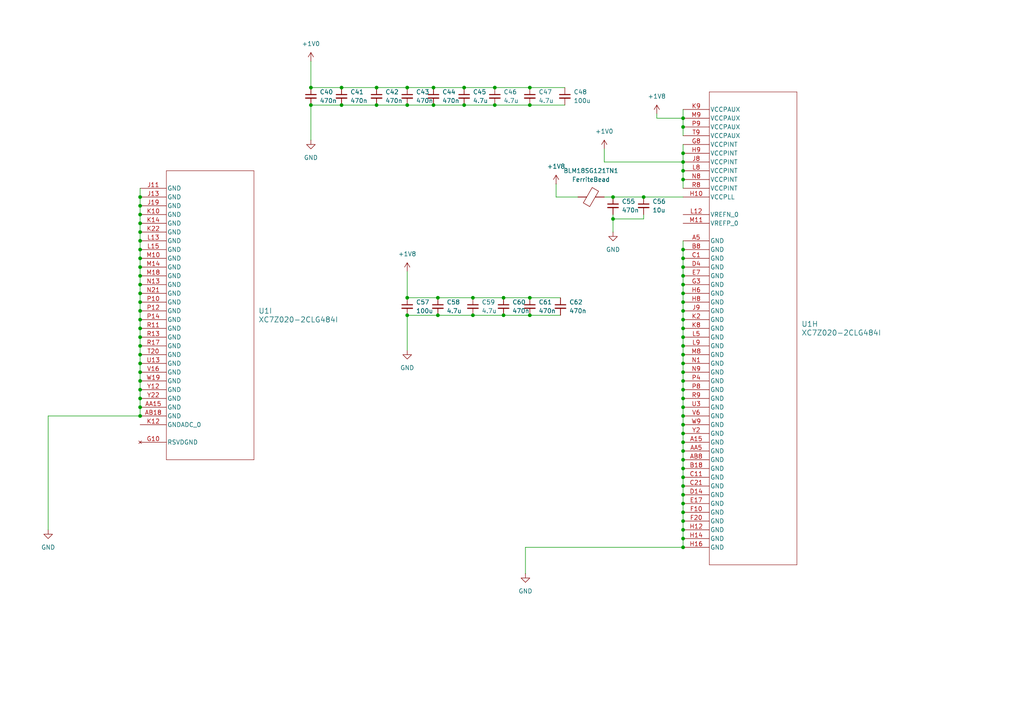
<source format=kicad_sch>
(kicad_sch (version 20231120) (generator "eeschema") (generator_version "8.0")
  (paper "A4")
  (junction (at 40.64 72.39))
  (junction (at 198.12 151.13))
  (junction (at 40.64 69.85))
  (junction (at 198.12 148.59))
  (junction (at 198.12 135.89))
  (junction (at 198.12 138.43))
  (junction (at 198.12 92.71))
  (junction (at 198.12 133.35))
  (junction (at 177.8 57.15))
  (junction (at 99.06 25.4))
  (junction (at 40.64 118.11))
  (junction (at 125.73 25.4))
  (junction (at 109.22 30.48))
  (junction (at 40.64 90.17))
  (junction (at 153.67 91.44))
  (junction (at 127 86.36))
  (junction (at 198.12 128.27))
  (junction (at 40.64 115.57))
  (junction (at 143.51 25.4))
  (junction (at 40.64 62.23))
  (junction (at 40.64 67.31))
  (junction (at 198.12 77.47))
  (junction (at 198.12 36.83))
  (junction (at 40.64 59.69))
  (junction (at 40.64 95.25))
  (junction (at 40.64 113.03))
  (junction (at 40.64 57.15))
  (junction (at 40.64 120.65))
  (junction (at 198.12 49.53))
  (junction (at 118.11 30.48))
  (junction (at 198.12 105.41))
  (junction (at 198.12 158.75))
  (junction (at 198.12 120.65))
  (junction (at 198.12 110.49))
  (junction (at 118.11 25.4))
  (junction (at 125.73 30.48))
  (junction (at 198.12 52.07))
  (junction (at 40.64 74.93))
  (junction (at 198.12 80.01))
  (junction (at 146.05 91.44))
  (junction (at 40.64 100.33))
  (junction (at 198.12 44.45))
  (junction (at 198.12 125.73))
  (junction (at 40.64 80.01))
  (junction (at 198.12 102.87))
  (junction (at 127 91.44))
  (junction (at 198.12 113.03))
  (junction (at 153.67 30.48))
  (junction (at 198.12 72.39))
  (junction (at 177.8 63.5))
  (junction (at 90.17 30.48))
  (junction (at 118.11 86.36))
  (junction (at 198.12 118.11))
  (junction (at 118.11 91.44))
  (junction (at 40.64 92.71))
  (junction (at 153.67 86.36))
  (junction (at 40.64 105.41))
  (junction (at 198.12 115.57))
  (junction (at 198.12 74.93))
  (junction (at 198.12 156.21))
  (junction (at 40.64 87.63))
  (junction (at 90.17 25.4))
  (junction (at 40.64 64.77))
  (junction (at 198.12 123.19))
  (junction (at 198.12 34.29))
  (junction (at 40.64 102.87))
  (junction (at 40.64 85.09))
  (junction (at 198.12 87.63))
  (junction (at 186.69 57.15))
  (junction (at 198.12 107.95))
  (junction (at 40.64 110.49))
  (junction (at 99.06 30.48))
  (junction (at 198.12 90.17))
  (junction (at 134.62 25.4))
  (junction (at 198.12 82.55))
  (junction (at 198.12 100.33))
  (junction (at 109.22 25.4))
  (junction (at 198.12 143.51))
  (junction (at 198.12 146.05))
  (junction (at 137.16 91.44))
  (junction (at 40.64 107.95))
  (junction (at 198.12 85.09))
  (junction (at 198.12 140.97))
  (junction (at 198.12 97.79))
  (junction (at 40.64 97.79))
  (junction (at 134.62 30.48))
  (junction (at 198.12 46.99))
  (junction (at 40.64 82.55))
  (junction (at 198.12 130.81))
  (junction (at 137.16 86.36))
  (junction (at 143.51 30.48))
  (junction (at 146.05 86.36))
  (junction (at 198.12 153.67))
  (junction (at 198.12 95.25))
  (junction (at 153.67 25.4))
  (junction (at 40.64 77.47))
  (wire (pts (xy 40.64 105.41) (xy 40.64 107.95)))
  (wire (pts (xy 198.12 69.85) (xy 198.12 72.39)))
  (wire (pts (xy 40.64 64.77) (xy 40.64 67.31)))
  (wire (pts (xy 198.12 82.55) (xy 198.12 85.09)))
  (wire (pts (xy 134.62 25.4) (xy 143.51 25.4)))
  (wire (pts (xy 143.51 25.4) (xy 153.67 25.4)))
  (wire (pts (xy 198.12 46.99) (xy 175.26 46.99)))
  (wire (pts (xy 40.64 102.87) (xy 40.64 105.41)))
  (wire (pts (xy 198.12 77.47) (xy 198.12 80.01)))
  (wire (pts (xy 99.06 30.48) (xy 109.22 30.48)))
  (wire (pts (xy 198.12 133.35) (xy 198.12 135.89)))
  (wire (pts (xy 198.12 44.45) (xy 198.12 46.99)))
  (wire (pts (xy 40.64 82.55) (xy 40.64 85.09)))
  (wire (pts (xy 198.12 128.27) (xy 198.12 130.81)))
  (wire (pts (xy 40.64 113.03) (xy 40.64 115.57)))
  (wire (pts (xy 90.17 30.48) (xy 90.17 40.64)))
  (wire (pts (xy 198.12 143.51) (xy 198.12 146.05)))
  (wire (pts (xy 198.12 113.03) (xy 198.12 115.57)))
  (wire (pts (xy 134.62 30.48) (xy 143.51 30.48)))
  (wire (pts (xy 190.5 34.29) (xy 190.5 33.02)))
  (wire (pts (xy 198.12 115.57) (xy 198.12 118.11)))
  (wire (pts (xy 198.12 100.33) (xy 198.12 102.87)))
  (wire (pts (xy 198.12 90.17) (xy 198.12 92.71)))
  (wire (pts (xy 175.26 43.18) (xy 175.26 46.99)))
  (wire (pts (xy 137.16 91.44) (xy 146.05 91.44)))
  (wire (pts (xy 40.64 100.33) (xy 40.64 102.87)))
  (wire (pts (xy 153.67 25.4) (xy 163.83 25.4)))
  (wire (pts (xy 146.05 86.36) (xy 153.67 86.36)))
  (wire (pts (xy 198.12 148.59) (xy 198.12 151.13)))
  (wire (pts (xy 177.8 63.5) (xy 177.8 62.23)))
  (wire (pts (xy 198.12 153.67) (xy 198.12 156.21)))
  (wire (pts (xy 198.12 34.29) (xy 198.12 36.83)))
  (wire (pts (xy 118.11 91.44) (xy 127 91.44)))
  (wire (pts (xy 109.22 30.48) (xy 118.11 30.48)))
  (wire (pts (xy 146.05 91.44) (xy 153.67 91.44)))
  (wire (pts (xy 40.64 77.47) (xy 40.64 80.01)))
  (wire (pts (xy 40.64 95.25) (xy 40.64 97.79)))
  (wire (pts (xy 198.12 36.83) (xy 198.12 39.37)))
  (wire (pts (xy 198.12 102.87) (xy 198.12 105.41)))
  (wire (pts (xy 109.22 25.4) (xy 118.11 25.4)))
  (wire (pts (xy 118.11 78.74) (xy 118.11 86.36)))
  (wire (pts (xy 40.64 72.39) (xy 40.64 74.93)))
  (wire (pts (xy 198.12 41.91) (xy 198.12 44.45)))
  (wire (pts (xy 177.8 57.15) (xy 175.26 57.15)))
  (wire (pts (xy 198.12 80.01) (xy 198.12 82.55)))
  (wire (pts (xy 177.8 63.5) (xy 177.8 67.31)))
  (wire (pts (xy 198.12 31.75) (xy 198.12 34.29)))
  (wire (pts (xy 198.12 135.89) (xy 198.12 138.43)))
  (wire (pts (xy 40.64 69.85) (xy 40.64 72.39)))
  (wire (pts (xy 198.12 95.25) (xy 198.12 97.79)))
  (wire (pts (xy 137.16 86.36) (xy 146.05 86.36)))
  (wire (pts (xy 40.64 120.65) (xy 13.97 120.65)))
  (wire (pts (xy 198.12 85.09) (xy 198.12 87.63)))
  (wire (pts (xy 40.64 90.17) (xy 40.64 92.71)))
  (wire (pts (xy 40.64 59.69) (xy 40.64 62.23)))
  (wire (pts (xy 161.29 57.15) (xy 167.64 57.15)))
  (wire (pts (xy 198.12 87.63) (xy 198.12 90.17)))
  (wire (pts (xy 198.12 158.75) (xy 152.4 158.75)))
  (wire (pts (xy 198.12 34.29) (xy 190.5 34.29)))
  (wire (pts (xy 152.4 158.75) (xy 152.4 166.37)))
  (wire (pts (xy 153.67 91.44) (xy 162.56 91.44)))
  (wire (pts (xy 198.12 151.13) (xy 198.12 153.67)))
  (wire (pts (xy 198.12 140.97) (xy 198.12 143.51)))
  (wire (pts (xy 13.97 120.65) (xy 13.97 153.67)))
  (wire (pts (xy 198.12 46.99) (xy 198.12 49.53)))
  (wire (pts (xy 153.67 86.36) (xy 162.56 86.36)))
  (wire (pts (xy 40.64 110.49) (xy 40.64 113.03)))
  (wire (pts (xy 40.64 107.95) (xy 40.64 110.49)))
  (wire (pts (xy 198.12 74.93) (xy 198.12 77.47)))
  (wire (pts (xy 198.12 146.05) (xy 198.12 148.59)))
  (wire (pts (xy 198.12 72.39) (xy 198.12 74.93)))
  (wire (pts (xy 40.64 115.57) (xy 40.64 118.11)))
  (wire (pts (xy 186.69 57.15) (xy 177.8 57.15)))
  (wire (pts (xy 125.73 30.48) (xy 134.62 30.48)))
  (wire (pts (xy 90.17 25.4) (xy 99.06 25.4)))
  (wire (pts (xy 127 86.36) (xy 137.16 86.36)))
  (wire (pts (xy 40.64 54.61) (xy 40.64 57.15)))
  (wire (pts (xy 186.69 62.23) (xy 186.69 63.5)))
  (wire (pts (xy 198.12 92.71) (xy 198.12 95.25)))
  (wire (pts (xy 127 91.44) (xy 137.16 91.44)))
  (wire (pts (xy 90.17 30.48) (xy 99.06 30.48)))
  (wire (pts (xy 40.64 92.71) (xy 40.64 95.25)))
  (wire (pts (xy 118.11 86.36) (xy 127 86.36)))
  (wire (pts (xy 198.12 118.11) (xy 198.12 120.65)))
  (wire (pts (xy 198.12 52.07) (xy 198.12 54.61)))
  (wire (pts (xy 198.12 138.43) (xy 198.12 140.97)))
  (wire (pts (xy 40.64 57.15) (xy 40.64 59.69)))
  (wire (pts (xy 118.11 25.4) (xy 125.73 25.4)))
  (wire (pts (xy 198.12 49.53) (xy 198.12 52.07)))
  (wire (pts (xy 198.12 97.79) (xy 198.12 100.33)))
  (wire (pts (xy 198.12 123.19) (xy 198.12 125.73)))
  (wire (pts (xy 198.12 105.41) (xy 198.12 107.95)))
  (wire (pts (xy 198.12 57.15) (xy 186.69 57.15)))
  (wire (pts (xy 40.64 67.31) (xy 40.64 69.85)))
  (wire (pts (xy 40.64 87.63) (xy 40.64 90.17)))
  (wire (pts (xy 40.64 85.09) (xy 40.64 87.63)))
  (wire (pts (xy 161.29 53.34) (xy 161.29 57.15)))
  (wire (pts (xy 177.8 63.5) (xy 186.69 63.5)))
  (wire (pts (xy 198.12 110.49) (xy 198.12 113.03)))
  (wire (pts (xy 40.64 118.11) (xy 40.64 120.65)))
  (wire (pts (xy 198.12 130.81) (xy 198.12 133.35)))
  (wire (pts (xy 40.64 74.93) (xy 40.64 77.47)))
  (wire (pts (xy 198.12 120.65) (xy 198.12 123.19)))
  (wire (pts (xy 40.64 80.01) (xy 40.64 82.55)))
  (wire (pts (xy 118.11 91.44) (xy 118.11 101.6)))
  (wire (pts (xy 40.64 62.23) (xy 40.64 64.77)))
  (wire (pts (xy 198.12 156.21) (xy 198.12 158.75)))
  (wire (pts (xy 198.12 107.95) (xy 198.12 110.49)))
  (wire (pts (xy 90.17 17.78) (xy 90.17 25.4)))
  (wire (pts (xy 143.51 30.48) (xy 153.67 30.48)))
  (wire (pts (xy 99.06 25.4) (xy 109.22 25.4)))
  (wire (pts (xy 153.67 30.48) (xy 163.83 30.48)))
  (wire (pts (xy 125.73 25.4) (xy 134.62 25.4)))
  (wire (pts (xy 118.11 30.48) (xy 125.73 30.48)))
  (wire (pts (xy 40.64 97.79) (xy 40.64 100.33)))
  (wire (pts (xy 198.12 125.73) (xy 198.12 128.27)))
  (symbol (lib_id "Device:C_Small") (at 163.83 27.94 0) (unit 1)
    (property "Reference" "C48" (at 166.37 26.6762 0) (effects (justify left)))
    (property "Value" "100u" (at 166.37 29.2162 0) (effects (justify left)))
    (property "Description" "Unpolarized capacitor, small symbol" (effects (hide yes)))
  )
  (symbol (lib_id "power:+1V5") (at 190.5 33.02 0) (unit 1)
    (property "Reference" "#PWR024" (effects (hide yes)))
    (property "Value" "+1V8" (at 190.5 27.94 0))
    (property "Description" "Power symbol creates a global label with name \"+1V5\"" (effects (hide yes)))
  )
  (symbol (lib_id "Device:C_Small") (at 125.73 27.94 0) (unit 1)
    (property "Reference" "C44" (at 128.27 26.6762 0) (effects (justify left)))
    (property "Value" "470n" (at 128.27 29.2162 0) (effects (justify left)))
    (property "Description" "Unpolarized capacitor, small symbol" (effects (hide yes)))
  )
  (symbol (lib_id "power:+1V5") (at 118.11 78.74 0) (unit 1)
    (property "Reference" "#PWR022" (effects (hide yes)))
    (property "Value" "+1V8" (at 118.11 73.66 0))
    (property "Description" "Power symbol creates a global label with name \"+1V5\"" (effects (hide yes)))
  )
  (symbol (lib_id "Device:C_Small") (at 118.11 27.94 0) (unit 1)
    (property "Reference" "C43" (at 120.65 26.6762 0) (effects (justify left)))
    (property "Value" "470n" (at 120.65 29.2162 0) (effects (justify left)))
    (property "Description" "Unpolarized capacitor, small symbol" (effects (hide yes)))
  )
  (symbol (lib_id "Device:C_Small") (at 134.62 27.94 0) (unit 1)
    (property "Reference" "C45" (at 137.16 26.6762 0) (effects (justify left)))
    (property "Value" "4.7u" (at 137.16 29.2162 0) (effects (justify left)))
    (property "Description" "Unpolarized capacitor, small symbol" (effects (hide yes)))
  )
  (symbol (lib_id "zynq7_1:XC7Z020-2CLG484I") (at 198.12 31.75 0) (unit 8)
    (property "Reference" "U1" (at 232.41 93.9799 0) (effects (font (size 1.524 1.524)) (justify left)))
    (property "Value" "XC7Z020-2CLG484I" (at 232.41 96.5199 0) (effects (font (size 1.524 1.524)) (justify left)))
    (property "Footprint" "CLG484_XIL" (effects (hide yes)))
    (property "Datasheet" "XC7Z020-2CLG484I" (effects (hide yes)))
  )
  (symbol (lib_id "power:+1V5") (at 175.26 43.18 0) (unit 1)
    (property "Reference" "#PWR014" (effects (hide yes)))
    (property "Value" "+1V0" (at 175.26 38.1 0))
    (property "Description" "Power symbol creates a global label with name \"+1V5\"" (effects (hide yes)))
  )
  (symbol (lib_id "Device:C_Small") (at 143.51 27.94 0) (unit 1)
    (property "Reference" "C46" (at 146.05 26.6762 0) (effects (justify left)))
    (property "Value" "4.7u" (at 146.05 29.2162 0) (effects (justify left)))
    (property "Description" "Unpolarized capacitor, small symbol" (effects (hide yes)))
  )
  (symbol (lib_id "power:+1V5") (at 90.17 17.78 0) (unit 1)
    (property "Reference" "#PWR015" (effects (hide yes)))
    (property "Value" "+1V0" (at 90.17 12.7 0))
    (property "Description" "Power symbol creates a global label with name \"+1V5\"" (effects (hide yes)))
  )
  (symbol (lib_id "Device:C_Small") (at 146.05 88.9 0) (unit 1)
    (property "Reference" "C60" (at 148.59 87.6362 0) (effects (justify left)))
    (property "Value" "470n" (at 148.59 90.1762 0) (effects (justify left)))
    (property "Description" "Unpolarized capacitor, small symbol" (effects (hide yes)))
  )
  (symbol (lib_id "Device:C_Small") (at 127 88.9 0) (unit 1)
    (property "Reference" "C58" (at 129.54 87.6362 0) (effects (justify left)))
    (property "Value" "4.7u" (at 129.54 90.1762 0) (effects (justify left)))
    (property "Description" "Unpolarized capacitor, small symbol" (effects (hide yes)))
  )
  (symbol (lib_id "power:+1V5") (at 161.29 53.34 0) (unit 1)
    (property "Reference" "#PWR021" (effects (hide yes)))
    (property "Value" "+1V8" (at 161.29 48.26 0))
    (property "Description" "Power symbol creates a global label with name \"+1V5\"" (effects (hide yes)))
  )
  (symbol (lib_id "power:GND") (at 118.11 101.6 0) (unit 1)
    (property "Reference" "#PWR023" (effects (hide yes)))
    (property "Value" "GND" (at 118.11 106.68 0))
    (property "Description" "Power symbol creates a global label with name \"GND\" , ground" (effects (hide yes)))
  )
  (symbol (lib_id "power:GND") (at 90.17 40.64 0) (unit 1)
    (property "Reference" "#PWR017" (effects (hide yes)))
    (property "Value" "GND" (at 90.17 45.72 0))
    (property "Description" "Power symbol creates a global label with name \"GND\" , ground" (effects (hide yes)))
  )
  (symbol (lib_id "Device:C_Small") (at 137.16 88.9 0) (unit 1)
    (property "Reference" "C59" (at 139.7 87.6362 0) (effects (justify left)))
    (property "Value" "4.7u" (at 139.7 90.1762 0) (effects (justify left)))
    (property "Description" "Unpolarized capacitor, small symbol" (effects (hide yes)))
  )
  (symbol (lib_id "Device:C_Small") (at 186.69 59.69 0) (unit 1)
    (property "Reference" "C56" (at 189.23 58.4262 0) (effects (justify left)))
    (property "Value" "10u" (at 189.23 60.9662 0) (effects (justify left)))
    (property "Description" "Unpolarized capacitor, small symbol" (effects (hide yes)))
  )
  (symbol (lib_id "Device:FerriteBead") (at 171.45 57.15 90) (unit 1)
    (property "Reference" "BLM18SG121TN1" (at 171.3992 49.53 90))
    (property "Value" "FerriteBead" (at 171.3992 52.07 90))
    (property "Description" "Ferrite bead" (effects (hide yes)))
  )
  (symbol (lib_id "Device:C_Small") (at 118.11 88.9 0) (unit 1)
    (property "Reference" "C57" (at 120.65 87.6362 0) (effects (justify left)))
    (property "Value" "100u" (at 120.65 90.1762 0) (effects (justify left)))
    (property "Description" "Unpolarized capacitor, small symbol" (effects (hide yes)))
  )
  (symbol (lib_id "power:GND") (at 152.4 166.37 0) (unit 1)
    (property "Reference" "#PWR01" (effects (hide yes)))
    (property "Value" "GND" (at 152.4 171.45 0))
    (property "Description" "Power symbol creates a global label with name \"GND\" , ground" (effects (hide yes)))
  )
  (symbol (lib_id "Device:C_Small") (at 99.06 27.94 0) (unit 1)
    (property "Reference" "C41" (at 101.6 26.6762 0) (effects (justify left)))
    (property "Value" "470n" (at 101.6 29.2162 0) (effects (justify left)))
    (property "Description" "Unpolarized capacitor, small symbol" (effects (hide yes)))
  )
  (symbol (lib_id "power:GND") (at 13.97 153.67 0) (unit 1)
    (property "Reference" "#PWR02" (effects (hide yes)))
    (property "Value" "GND" (at 13.97 158.75 0))
    (property "Description" "Power symbol creates a global label with name \"GND\" , ground" (effects (hide yes)))
  )
  (symbol (lib_id "Device:C_Small") (at 153.67 27.94 0) (unit 1)
    (property "Reference" "C47" (at 156.21 26.6762 0) (effects (justify left)))
    (property "Value" "4.7u" (at 156.21 29.2162 0) (effects (justify left)))
    (property "Description" "Unpolarized capacitor, small symbol" (effects (hide yes)))
  )
  (symbol (lib_id "Device:C_Small") (at 90.17 27.94 0) (unit 1)
    (property "Reference" "C40" (at 92.71 26.6762 0) (effects (justify left)))
    (property "Value" "470n" (at 92.71 29.2162 0) (effects (justify left)))
    (property "Description" "Unpolarized capacitor, small symbol" (effects (hide yes)))
  )
  (symbol (lib_id "Device:C_Small") (at 109.22 27.94 0) (unit 1)
    (property "Reference" "C42" (at 111.76 26.6762 0) (effects (justify left)))
    (property "Value" "470n" (at 111.76 29.2162 0) (effects (justify left)))
    (property "Description" "Unpolarized capacitor, small symbol" (effects (hide yes)))
  )
  (symbol (lib_id "Device:C_Small") (at 177.8 59.69 0) (unit 1)
    (property "Reference" "C55" (at 180.34 58.4262 0) (effects (justify left)))
    (property "Value" "470n" (at 180.34 60.9662 0) (effects (justify left)))
    (property "Description" "Unpolarized capacitor, small symbol" (effects (hide yes)))
  )
  (symbol (lib_id "Device:C_Small") (at 162.56 88.9 0) (unit 1)
    (property "Reference" "C62" (at 165.1 87.6362 0) (effects (justify left)))
    (property "Value" "470n" (at 165.1 90.1762 0) (effects (justify left)))
    (property "Description" "Unpolarized capacitor, small symbol" (effects (hide yes)))
  )
  (symbol (lib_id "Device:C_Small") (at 153.67 88.9 0) (unit 1)
    (property "Reference" "C61" (at 156.21 87.6362 0) (effects (justify left)))
    (property "Value" "470n" (at 156.21 90.1762 0) (effects (justify left)))
    (property "Description" "Unpolarized capacitor, small symbol" (effects (hide yes)))
  )
  (symbol (lib_id "zynq7_1:XC7Z020-2CLG484I") (at 40.64 54.61 0) (unit 9)
    (property "Reference" "U1" (at 74.93 90.1699 0) (effects (font (size 1.524 1.524)) (justify left)))
    (property "Value" "XC7Z020-2CLG484I" (at 74.93 92.7099 0) (effects (font (size 1.524 1.524)) (justify left)))
    (property "Footprint" "CLG484_XIL" (effects (hide yes)))
    (property "Datasheet" "XC7Z020-2CLG484I" (effects (hide yes)))
  )
  (symbol (lib_id "power:GND") (at 177.8 67.31 0) (unit 1)
    (property "Reference" "#PWR020" (effects (hide yes)))
    (property "Value" "GND" (at 177.8 72.39 0))
    (property "Description" "Power symbol creates a global label with name \"GND\" , ground" (effects (hide yes)))
  )
)
</source>
